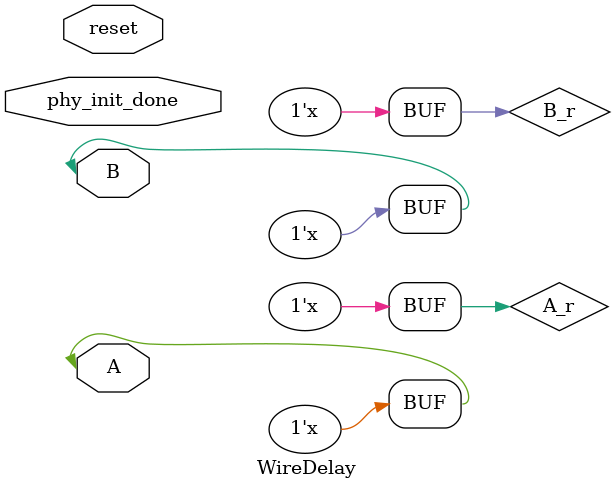
<source format=v>


// Model Limitations and Restrictions:
//   Signals asserted on the ports of the error injector should not have
//   transactions occuring in multiple delta times because the model
//   is sensitive to transactions on port A, B ONLY ONCE during
//   a simulation time.  Thus, once fired, a process will
//   not refire if there are multiple transactions occuring in delta times.
//   This condition may occur in gate level simulations with
//   ZERO delays because transactions may occur in multiple delta times.
//
// Reference        :
// Revision History :
//*****************************************************************************

`timescale 1ns / 1ps

module WireDelay # (
  parameter Delay_g = 0,
  parameter Delay_rd = 0,
  parameter ERR_INSERT = "OFF"
)
(
  inout A,
  inout B,
  input reset,
  input phy_init_done
);

  reg A_r;
  reg B_r;
  reg B_inv ;
  reg line_en;

  reg B_nonX;

  assign A = A_r;
  assign B = B_r;

  always @ (*)
  begin
    if (B === 1'bx)
      B_nonX <= $random;
    else
      B_nonX <= B;
   end
   
  always @(*)
  begin
    if((B_nonX == 'b1) || (B_nonX == 'b0))
      B_inv <= #0 ~B_nonX ;
    else
      B_inv <= #0 'bz ;
   end
   
  always @(*) begin
    if (!reset) begin
      A_r <= 1'bz;
      B_r <= 1'bz;
      line_en <= 1'b0;
    end else begin
      if (line_en) begin
	B_r <= 1'bz;
	  if ((ERR_INSERT == "ON") & (phy_init_done))
            A_r <= #Delay_rd B_inv;
	  else
            A_r <= #Delay_rd B_nonX;
      end else begin
        B_r <= #Delay_g A;
	A_r <= 1'bz;
      end
    end
  end

  always @(A or B) begin
    if (!reset) begin
      line_en <= 1'b0;
    end else if (A !== A_r) begin
      line_en <= 1'b0;
    end else if (B_r !== B) begin
      line_en <= 1'b1;
    end else begin
      line_en <= line_en;
    end
  end
endmodule

</source>
